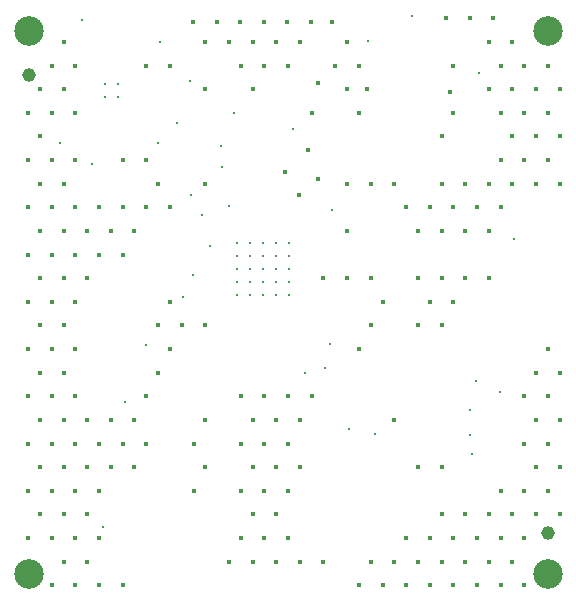
<source format=gbr>
%TF.GenerationSoftware,Altium Limited,Altium Designer,23.5.1 (21)*%
G04 Layer_Color=0*
%FSLAX45Y45*%
%MOMM*%
%TF.SameCoordinates,5289BC4C-B9E5-40BB-BF73-25A575C0F3CC*%
%TF.FilePolarity,Positive*%
%TF.FileFunction,Plated,1,4,PTH,Drill*%
%TF.Part,Single*%
G01*
G75*
%TA.AperFunction,OtherDrill,Pad Free-TH (128mm,55.5mm)*%
%ADD90C,1.15200*%
%TA.AperFunction,OtherDrill,Pad Free-TH (84mm,94.25mm)*%
%ADD91C,1.15200*%
%TA.AperFunction,OtherDrill,Pad Free-17 (84mm,52mm)*%
%ADD92C,2.50000*%
%TA.AperFunction,OtherDrill,Pad Free-17 (84mm,98mm)*%
%ADD93C,2.50000*%
%TA.AperFunction,OtherDrill,Pad Free-17 (128mm,98mm)*%
%ADD94C,2.50000*%
%TA.AperFunction,OtherDrill,Pad Free-17 (128mm,52mm)*%
%ADD95C,2.50000*%
%TA.AperFunction,ViaDrill,NotFilled*%
%ADD96C,0.40000*%
%ADD97C,0.30000*%
%ADD98C,0.20000*%
D90*
X12800000Y5550000D02*
D03*
D91*
X8400000Y9425000D02*
D03*
D92*
Y5200000D02*
D03*
D93*
Y9800000D02*
D03*
D94*
X12800000D02*
D03*
D95*
Y5200000D02*
D03*
D96*
X11971730Y9281201D02*
D03*
X10770295Y8785651D02*
D03*
X10574552Y8602296D02*
D03*
X10849584Y8545307D02*
D03*
X10691006Y8404076D02*
D03*
X10965606Y9876418D02*
D03*
X11934005Y9906859D02*
D03*
X12134005D02*
D03*
X12334005D02*
D03*
X10850548Y9354921D02*
D03*
X10789084Y9874126D02*
D03*
X9791758Y9874650D02*
D03*
X9991758D02*
D03*
X10191758D02*
D03*
X10391758D02*
D03*
X10591758D02*
D03*
X11268446Y9307912D02*
D03*
X12797361Y9503186D02*
D03*
X12897362Y9303186D02*
D03*
X12797361Y9103186D02*
D03*
X12897362Y8903186D02*
D03*
X12797361Y8703186D02*
D03*
X12897362Y8503186D02*
D03*
X12797361Y7103185D02*
D03*
X12897362Y6903185D02*
D03*
X12797361Y6703185D02*
D03*
X12897362Y6503185D02*
D03*
X12797361Y6303185D02*
D03*
X12897362Y6103185D02*
D03*
X12797361Y5903185D02*
D03*
X12897362Y5703184D02*
D03*
X12597361Y9503186D02*
D03*
X12697361Y9303186D02*
D03*
X12597361Y9103186D02*
D03*
X12697361Y8903186D02*
D03*
X12597361Y8703186D02*
D03*
X12697361Y8503186D02*
D03*
Y6903185D02*
D03*
X12597361Y6703185D02*
D03*
X12697361Y6503185D02*
D03*
X12597361Y6303185D02*
D03*
X12697361Y6103185D02*
D03*
X12597361Y5903185D02*
D03*
X12697361Y5703184D02*
D03*
X12597361Y5503184D02*
D03*
Y5103184D02*
D03*
X12497361Y9703187D02*
D03*
X12397361Y9503186D02*
D03*
X12497361Y9303186D02*
D03*
X12397361Y9103186D02*
D03*
X12497361Y8903186D02*
D03*
X12397361Y8703186D02*
D03*
X12497361Y8503186D02*
D03*
X12397361Y8303186D02*
D03*
Y5903185D02*
D03*
X12497361Y5703184D02*
D03*
X12397361Y5503184D02*
D03*
X12497361Y5303184D02*
D03*
X12397361Y5103184D02*
D03*
X12297361Y9703187D02*
D03*
Y9303186D02*
D03*
Y8503186D02*
D03*
X12197361Y8303186D02*
D03*
X12297361Y8103186D02*
D03*
Y7703186D02*
D03*
Y5703184D02*
D03*
X12197361Y5503184D02*
D03*
X12297361Y5303184D02*
D03*
X12197361Y5103184D02*
D03*
X11997361Y9503186D02*
D03*
Y9103186D02*
D03*
X12097361Y8503186D02*
D03*
X11997361Y8303186D02*
D03*
X12097361Y8103186D02*
D03*
Y7703186D02*
D03*
X11997361Y7503185D02*
D03*
X12097361Y5703184D02*
D03*
X11997361Y5503184D02*
D03*
X12097361Y5303184D02*
D03*
X11997361Y5103184D02*
D03*
X11897361Y8903186D02*
D03*
Y8503186D02*
D03*
X11797360Y8303186D02*
D03*
X11897361Y8103186D02*
D03*
Y7703186D02*
D03*
X11797360Y7503185D02*
D03*
X11897361Y7303185D02*
D03*
Y6103185D02*
D03*
Y5703184D02*
D03*
X11797360Y5503184D02*
D03*
X11897361Y5303184D02*
D03*
X11797360Y5103184D02*
D03*
X11597360Y8303186D02*
D03*
X11697360Y8103186D02*
D03*
Y7703186D02*
D03*
Y7303185D02*
D03*
Y6103185D02*
D03*
X11597360Y5503184D02*
D03*
X11697360Y5303184D02*
D03*
X11597360Y5103184D02*
D03*
X11497360Y8503186D02*
D03*
X11397360Y7503185D02*
D03*
X11497360Y6503185D02*
D03*
Y5303184D02*
D03*
X11397360Y5103184D02*
D03*
X11197360Y9503186D02*
D03*
Y9103186D02*
D03*
X11297360Y8503186D02*
D03*
Y7703186D02*
D03*
Y7303185D02*
D03*
X11197360Y7103185D02*
D03*
X11297360Y5303184D02*
D03*
X11197360Y5103184D02*
D03*
X11097360Y9703187D02*
D03*
X10997360Y9503186D02*
D03*
X11097360Y9303186D02*
D03*
Y8503186D02*
D03*
Y8103186D02*
D03*
Y7703186D02*
D03*
X10797360Y9103186D02*
D03*
X10897360Y7703186D02*
D03*
X10797360Y6703185D02*
D03*
X10897360Y5303184D02*
D03*
X10697360Y9703187D02*
D03*
X10597360Y9503186D02*
D03*
Y6703185D02*
D03*
X10697360Y6503185D02*
D03*
X10597360Y6303185D02*
D03*
X10697360Y6103185D02*
D03*
X10597360Y5903185D02*
D03*
Y5503184D02*
D03*
X10697360Y5303184D02*
D03*
X10497360Y9703187D02*
D03*
X10397360Y9503186D02*
D03*
Y6703185D02*
D03*
X10497360Y6503185D02*
D03*
X10397360Y6303185D02*
D03*
X10497360Y6103185D02*
D03*
X10397360Y5903185D02*
D03*
X10497360Y5703184D02*
D03*
X10397360Y5503184D02*
D03*
X10497360Y5303184D02*
D03*
X10297360Y9703187D02*
D03*
X10197360Y9503186D02*
D03*
X10297360Y9303186D02*
D03*
X10197360Y6703185D02*
D03*
X10297360Y6503185D02*
D03*
X10197360Y6303185D02*
D03*
X10297360Y6103185D02*
D03*
X10197360Y5903185D02*
D03*
X10297360Y5703184D02*
D03*
X10197360Y5503184D02*
D03*
X10297360Y5303184D02*
D03*
X10097360Y9703187D02*
D03*
Y5303184D02*
D03*
X9897359Y9703187D02*
D03*
Y9303186D02*
D03*
Y8503186D02*
D03*
Y7303185D02*
D03*
Y6503185D02*
D03*
X9797359Y6303185D02*
D03*
X9897359Y6103185D02*
D03*
X9797359Y5903185D02*
D03*
X9597359Y9503186D02*
D03*
Y8303186D02*
D03*
Y7503185D02*
D03*
X9697359Y7303185D02*
D03*
X9597359Y7103185D02*
D03*
X9397359Y9503186D02*
D03*
Y8703186D02*
D03*
X9497359Y8503186D02*
D03*
X9397359Y8303186D02*
D03*
X9497359Y7303185D02*
D03*
Y6903185D02*
D03*
X9397359Y6703185D02*
D03*
Y6303185D02*
D03*
X9197359Y8703186D02*
D03*
Y8303186D02*
D03*
X9297359Y8103186D02*
D03*
X9197359Y7903186D02*
D03*
X9297359Y6503185D02*
D03*
X9197359Y6303185D02*
D03*
X9297359Y6103185D02*
D03*
X9197359Y5103184D02*
D03*
X8997359Y8303186D02*
D03*
X9097359Y8103186D02*
D03*
X8997359Y7903186D02*
D03*
X9097359Y6503185D02*
D03*
X8997359Y6303185D02*
D03*
X9097359Y6103185D02*
D03*
X8997359Y5903185D02*
D03*
Y5503184D02*
D03*
Y5103184D02*
D03*
X8797359Y9503186D02*
D03*
Y9103186D02*
D03*
Y8703186D02*
D03*
Y8303186D02*
D03*
X8897359Y8103186D02*
D03*
X8797359Y7903186D02*
D03*
X8897359Y7703186D02*
D03*
X8797359Y7503185D02*
D03*
Y7103185D02*
D03*
Y6703185D02*
D03*
X8897359Y6503185D02*
D03*
X8797359Y6303185D02*
D03*
X8897359Y6103185D02*
D03*
X8797359Y5903185D02*
D03*
X8897359Y5703184D02*
D03*
X8797359Y5503184D02*
D03*
X8897359Y5303184D02*
D03*
X8797359Y5103184D02*
D03*
X8697359Y9703187D02*
D03*
X8597359Y9503186D02*
D03*
X8697359Y9303186D02*
D03*
X8597359Y9103186D02*
D03*
Y8703186D02*
D03*
X8697359Y8503186D02*
D03*
X8597359Y8303186D02*
D03*
X8697359Y8103186D02*
D03*
X8597359Y7903186D02*
D03*
X8697359Y7703186D02*
D03*
X8597359Y7503185D02*
D03*
X8697359Y7303185D02*
D03*
X8597359Y7103185D02*
D03*
X8697359Y6903185D02*
D03*
X8597359Y6703185D02*
D03*
X8697359Y6503185D02*
D03*
X8597359Y6303185D02*
D03*
X8697359Y6103185D02*
D03*
X8597359Y5903185D02*
D03*
X8697359Y5703184D02*
D03*
X8597359Y5503184D02*
D03*
X8697359Y5303184D02*
D03*
X8597359Y5103184D02*
D03*
X8497359Y9303186D02*
D03*
X8397359Y9103186D02*
D03*
X8497359Y8903186D02*
D03*
X8397359Y8703186D02*
D03*
X8497359Y8503186D02*
D03*
X8397359Y8303186D02*
D03*
X8497359Y8103186D02*
D03*
X8397359Y7903186D02*
D03*
X8497359Y7703186D02*
D03*
X8397359Y7503185D02*
D03*
X8497359Y7303185D02*
D03*
X8397359Y7103185D02*
D03*
X8497359Y6903185D02*
D03*
X8397359Y6703185D02*
D03*
X8497359Y6503185D02*
D03*
X8397359Y6303185D02*
D03*
X8497359Y6103185D02*
D03*
X8397359Y5903185D02*
D03*
X8497359Y5703184D02*
D03*
X8397359Y5503184D02*
D03*
D97*
X12151915Y6217468D02*
D03*
X9776397Y8405532D02*
D03*
X9495615Y8848359D02*
D03*
X8937234Y8671151D02*
D03*
X11110750Y6423305D02*
D03*
X10908152Y6939132D02*
D03*
X9660111Y9019944D02*
D03*
X11337864Y6380616D02*
D03*
X9935167Y7978251D02*
D03*
X10968009Y8277165D02*
D03*
X9868353Y8239441D02*
D03*
X9709908Y7541985D02*
D03*
X9790000Y7730000D02*
D03*
X9214163Y6658316D02*
D03*
X9393198Y7141804D02*
D03*
X8668811Y8848881D02*
D03*
X9029700Y5600700D02*
D03*
X12192000Y6832600D02*
D03*
X12136892Y6373467D02*
D03*
X12512908Y8037044D02*
D03*
X11277600Y9715500D02*
D03*
X10142008Y9098908D02*
D03*
X9512300Y9702800D02*
D03*
X9767528Y9368961D02*
D03*
X10955226Y7145888D02*
D03*
X10740699Y6899716D02*
D03*
X10101642Y8316621D02*
D03*
X10041529Y8643378D02*
D03*
X12389794Y6737657D02*
D03*
X12137757Y6588375D02*
D03*
X11648800Y9923101D02*
D03*
X12214319Y9442271D02*
D03*
X10640060Y8963660D02*
D03*
X10030460Y8823960D02*
D03*
X8850000Y9890000D02*
D03*
D98*
X9050000Y9350000D02*
D03*
X9160000D02*
D03*
Y9240000D02*
D03*
X9050000D02*
D03*
X10603642Y7560005D02*
D03*
X10493642D02*
D03*
X10383642D02*
D03*
X10273642D02*
D03*
X10163642D02*
D03*
X10603642Y7670005D02*
D03*
X10493642D02*
D03*
X10383642D02*
D03*
X10273642D02*
D03*
X10163642D02*
D03*
X10603642Y7780005D02*
D03*
X10493642D02*
D03*
X10383642D02*
D03*
X10273642D02*
D03*
X10163642D02*
D03*
X10603642Y7890005D02*
D03*
X10493642D02*
D03*
X10383642D02*
D03*
X10273642D02*
D03*
X10163642D02*
D03*
X10603642Y8000005D02*
D03*
X10493642D02*
D03*
X10383642D02*
D03*
X10273642D02*
D03*
X10163642D02*
D03*
%TF.MD5,11c934a3496af09f5fb139fe6f7a9be9*%
M02*

</source>
